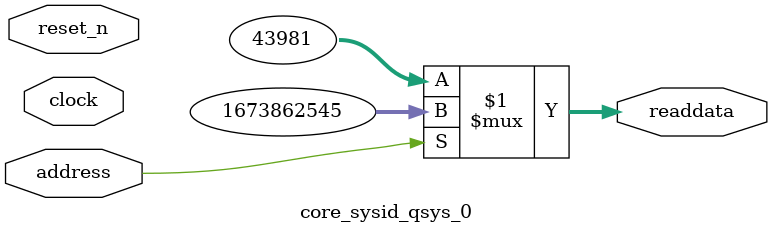
<source format=v>



// synthesis translate_off
`timescale 1ns / 1ps
// synthesis translate_on

// turn off superfluous verilog processor warnings 
// altera message_level Level1 
// altera message_off 10034 10035 10036 10037 10230 10240 10030 

module core_sysid_qsys_0 (
               // inputs:
                address,
                clock,
                reset_n,

               // outputs:
                readdata
             )
;

  output  [ 31: 0] readdata;
  input            address;
  input            clock;
  input            reset_n;

  wire    [ 31: 0] readdata;
  //control_slave, which is an e_avalon_slave
  assign readdata = address ? 1673862545 : 43981;

endmodule



</source>
